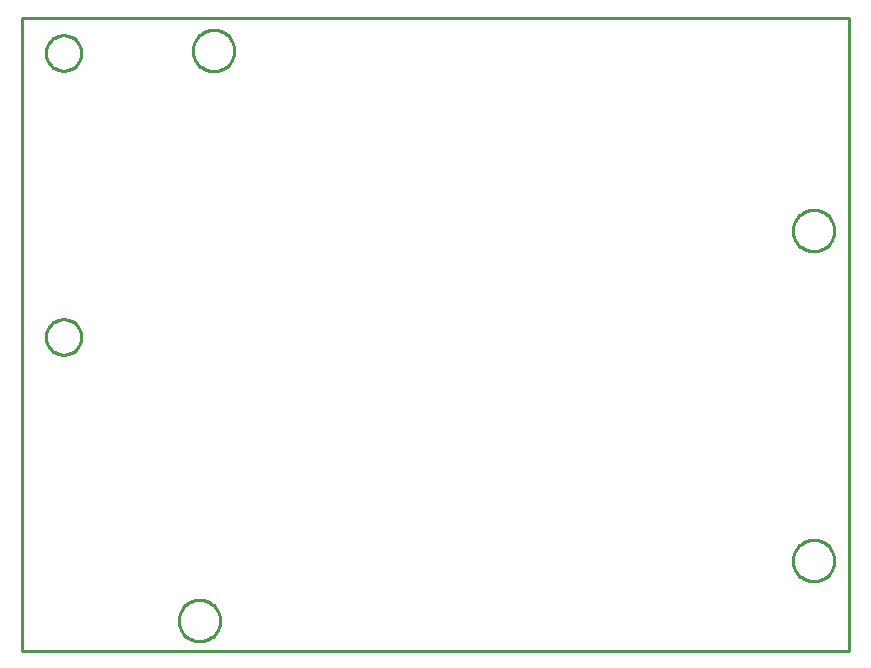
<source format=gbr>
G04 EAGLE Gerber RS-274X export*
G75*
%MOMM*%
%FSLAX34Y34*%
%LPD*%
%IN*%
%IPPOS*%
%AMOC8*
5,1,8,0,0,1.08239X$1,22.5*%
G01*
%ADD10C,0.254000*%


D10*
X0Y0D02*
X700000Y0D01*
X700000Y536000D01*
X0Y536000D01*
X0Y0D01*
X179500Y507427D02*
X179425Y506284D01*
X179276Y505148D01*
X179052Y504024D01*
X178755Y502917D01*
X178387Y501832D01*
X177949Y500774D01*
X177442Y499746D01*
X176869Y498754D01*
X176232Y497801D01*
X175535Y496892D01*
X174779Y496031D01*
X173969Y495221D01*
X173108Y494465D01*
X172199Y493768D01*
X171246Y493131D01*
X170254Y492558D01*
X169226Y492051D01*
X168168Y491613D01*
X167083Y491245D01*
X165976Y490948D01*
X164852Y490725D01*
X163716Y490575D01*
X162573Y490500D01*
X161427Y490500D01*
X160284Y490575D01*
X159148Y490725D01*
X158024Y490948D01*
X156917Y491245D01*
X155832Y491613D01*
X154774Y492051D01*
X153746Y492558D01*
X152754Y493131D01*
X151801Y493768D01*
X150892Y494465D01*
X150031Y495221D01*
X149221Y496031D01*
X148465Y496892D01*
X147768Y497801D01*
X147131Y498754D01*
X146558Y499746D01*
X146051Y500774D01*
X145613Y501832D01*
X145245Y502917D01*
X144948Y504024D01*
X144725Y505148D01*
X144575Y506284D01*
X144500Y507427D01*
X144500Y508573D01*
X144575Y509716D01*
X144725Y510852D01*
X144948Y511976D01*
X145245Y513083D01*
X145613Y514168D01*
X146051Y515226D01*
X146558Y516254D01*
X147131Y517246D01*
X147768Y518199D01*
X148465Y519108D01*
X149221Y519969D01*
X150031Y520779D01*
X150892Y521535D01*
X151801Y522232D01*
X152754Y522869D01*
X153746Y523442D01*
X154774Y523949D01*
X155832Y524387D01*
X156917Y524755D01*
X158024Y525052D01*
X159148Y525276D01*
X160284Y525425D01*
X161427Y525500D01*
X162573Y525500D01*
X163716Y525425D01*
X164852Y525276D01*
X165976Y525052D01*
X167083Y524755D01*
X168168Y524387D01*
X169226Y523949D01*
X170254Y523442D01*
X171246Y522869D01*
X172199Y522232D01*
X173108Y521535D01*
X173969Y520779D01*
X174779Y519969D01*
X175535Y519108D01*
X176232Y518199D01*
X176869Y517246D01*
X177442Y516254D01*
X177949Y515226D01*
X178387Y514168D01*
X178755Y513083D01*
X179052Y511976D01*
X179276Y510852D01*
X179425Y509716D01*
X179500Y508573D01*
X179500Y507427D01*
X167500Y24827D02*
X167425Y23684D01*
X167276Y22548D01*
X167052Y21424D01*
X166755Y20317D01*
X166387Y19232D01*
X165949Y18174D01*
X165442Y17146D01*
X164869Y16154D01*
X164232Y15201D01*
X163535Y14292D01*
X162779Y13431D01*
X161969Y12621D01*
X161108Y11865D01*
X160199Y11168D01*
X159246Y10531D01*
X158254Y9958D01*
X157226Y9451D01*
X156168Y9013D01*
X155083Y8645D01*
X153976Y8348D01*
X152852Y8125D01*
X151716Y7975D01*
X150573Y7900D01*
X149427Y7900D01*
X148284Y7975D01*
X147148Y8125D01*
X146024Y8348D01*
X144917Y8645D01*
X143832Y9013D01*
X142774Y9451D01*
X141746Y9958D01*
X140754Y10531D01*
X139801Y11168D01*
X138892Y11865D01*
X138031Y12621D01*
X137221Y13431D01*
X136465Y14292D01*
X135768Y15201D01*
X135131Y16154D01*
X134558Y17146D01*
X134051Y18174D01*
X133613Y19232D01*
X133245Y20317D01*
X132948Y21424D01*
X132725Y22548D01*
X132575Y23684D01*
X132500Y24827D01*
X132500Y25973D01*
X132575Y27116D01*
X132725Y28252D01*
X132948Y29376D01*
X133245Y30483D01*
X133613Y31568D01*
X134051Y32626D01*
X134558Y33654D01*
X135131Y34646D01*
X135768Y35599D01*
X136465Y36508D01*
X137221Y37369D01*
X138031Y38179D01*
X138892Y38935D01*
X139801Y39632D01*
X140754Y40269D01*
X141746Y40842D01*
X142774Y41349D01*
X143832Y41787D01*
X144917Y42155D01*
X146024Y42452D01*
X147148Y42676D01*
X148284Y42825D01*
X149427Y42900D01*
X150573Y42900D01*
X151716Y42825D01*
X152852Y42676D01*
X153976Y42452D01*
X155083Y42155D01*
X156168Y41787D01*
X157226Y41349D01*
X158254Y40842D01*
X159246Y40269D01*
X160199Y39632D01*
X161108Y38935D01*
X161969Y38179D01*
X162779Y37369D01*
X163535Y36508D01*
X164232Y35599D01*
X164869Y34646D01*
X165442Y33654D01*
X165949Y32626D01*
X166387Y31568D01*
X166755Y30483D01*
X167052Y29376D01*
X167276Y28252D01*
X167425Y27116D01*
X167500Y25973D01*
X167500Y24827D01*
X687500Y75627D02*
X687425Y74484D01*
X687276Y73348D01*
X687052Y72224D01*
X686755Y71117D01*
X686387Y70032D01*
X685949Y68974D01*
X685442Y67946D01*
X684869Y66954D01*
X684232Y66001D01*
X683535Y65092D01*
X682779Y64231D01*
X681969Y63421D01*
X681108Y62665D01*
X680199Y61968D01*
X679246Y61331D01*
X678254Y60758D01*
X677226Y60251D01*
X676168Y59813D01*
X675083Y59445D01*
X673976Y59148D01*
X672852Y58925D01*
X671716Y58775D01*
X670573Y58700D01*
X669427Y58700D01*
X668284Y58775D01*
X667148Y58925D01*
X666024Y59148D01*
X664917Y59445D01*
X663832Y59813D01*
X662774Y60251D01*
X661746Y60758D01*
X660754Y61331D01*
X659801Y61968D01*
X658892Y62665D01*
X658031Y63421D01*
X657221Y64231D01*
X656465Y65092D01*
X655768Y66001D01*
X655131Y66954D01*
X654558Y67946D01*
X654051Y68974D01*
X653613Y70032D01*
X653245Y71117D01*
X652948Y72224D01*
X652725Y73348D01*
X652575Y74484D01*
X652500Y75627D01*
X652500Y76773D01*
X652575Y77916D01*
X652725Y79052D01*
X652948Y80176D01*
X653245Y81283D01*
X653613Y82368D01*
X654051Y83426D01*
X654558Y84454D01*
X655131Y85446D01*
X655768Y86399D01*
X656465Y87308D01*
X657221Y88169D01*
X658031Y88979D01*
X658892Y89735D01*
X659801Y90432D01*
X660754Y91069D01*
X661746Y91642D01*
X662774Y92149D01*
X663832Y92587D01*
X664917Y92955D01*
X666024Y93252D01*
X667148Y93476D01*
X668284Y93625D01*
X669427Y93700D01*
X670573Y93700D01*
X671716Y93625D01*
X672852Y93476D01*
X673976Y93252D01*
X675083Y92955D01*
X676168Y92587D01*
X677226Y92149D01*
X678254Y91642D01*
X679246Y91069D01*
X680199Y90432D01*
X681108Y89735D01*
X681969Y88979D01*
X682779Y88169D01*
X683535Y87308D01*
X684232Y86399D01*
X684869Y85446D01*
X685442Y84454D01*
X685949Y83426D01*
X686387Y82368D01*
X686755Y81283D01*
X687052Y80176D01*
X687276Y79052D01*
X687425Y77916D01*
X687500Y76773D01*
X687500Y75627D01*
X687500Y355027D02*
X687425Y353884D01*
X687276Y352748D01*
X687052Y351624D01*
X686755Y350517D01*
X686387Y349432D01*
X685949Y348374D01*
X685442Y347346D01*
X684869Y346354D01*
X684232Y345401D01*
X683535Y344492D01*
X682779Y343631D01*
X681969Y342821D01*
X681108Y342065D01*
X680199Y341368D01*
X679246Y340731D01*
X678254Y340158D01*
X677226Y339651D01*
X676168Y339213D01*
X675083Y338845D01*
X673976Y338548D01*
X672852Y338325D01*
X671716Y338175D01*
X670573Y338100D01*
X669427Y338100D01*
X668284Y338175D01*
X667148Y338325D01*
X666024Y338548D01*
X664917Y338845D01*
X663832Y339213D01*
X662774Y339651D01*
X661746Y340158D01*
X660754Y340731D01*
X659801Y341368D01*
X658892Y342065D01*
X658031Y342821D01*
X657221Y343631D01*
X656465Y344492D01*
X655768Y345401D01*
X655131Y346354D01*
X654558Y347346D01*
X654051Y348374D01*
X653613Y349432D01*
X653245Y350517D01*
X652948Y351624D01*
X652725Y352748D01*
X652575Y353884D01*
X652500Y355027D01*
X652500Y356173D01*
X652575Y357316D01*
X652725Y358452D01*
X652948Y359576D01*
X653245Y360683D01*
X653613Y361768D01*
X654051Y362826D01*
X654558Y363854D01*
X655131Y364846D01*
X655768Y365799D01*
X656465Y366708D01*
X657221Y367569D01*
X658031Y368379D01*
X658892Y369135D01*
X659801Y369832D01*
X660754Y370469D01*
X661746Y371042D01*
X662774Y371549D01*
X663832Y371987D01*
X664917Y372355D01*
X666024Y372652D01*
X667148Y372876D01*
X668284Y373025D01*
X669427Y373100D01*
X670573Y373100D01*
X671716Y373025D01*
X672852Y372876D01*
X673976Y372652D01*
X675083Y372355D01*
X676168Y371987D01*
X677226Y371549D01*
X678254Y371042D01*
X679246Y370469D01*
X680199Y369832D01*
X681108Y369135D01*
X681969Y368379D01*
X682779Y367569D01*
X683535Y366708D01*
X684232Y365799D01*
X684869Y364846D01*
X685442Y363854D01*
X685949Y362826D01*
X686387Y361768D01*
X686755Y360683D01*
X687052Y359576D01*
X687276Y358452D01*
X687425Y357316D01*
X687500Y356173D01*
X687500Y355027D01*
X50000Y505464D02*
X49924Y504396D01*
X49771Y503335D01*
X49543Y502288D01*
X49241Y501260D01*
X48867Y500256D01*
X48422Y499281D01*
X47908Y498341D01*
X47329Y497440D01*
X46687Y496582D01*
X45985Y495772D01*
X45228Y495015D01*
X44418Y494313D01*
X43560Y493671D01*
X42659Y493092D01*
X41719Y492578D01*
X40744Y492133D01*
X39740Y491759D01*
X38712Y491457D01*
X37665Y491229D01*
X36604Y491076D01*
X35536Y491000D01*
X34464Y491000D01*
X33396Y491076D01*
X32335Y491229D01*
X31288Y491457D01*
X30260Y491759D01*
X29256Y492133D01*
X28281Y492578D01*
X27341Y493092D01*
X26440Y493671D01*
X25582Y494313D01*
X24772Y495015D01*
X24015Y495772D01*
X23313Y496582D01*
X22671Y497440D01*
X22092Y498341D01*
X21578Y499281D01*
X21133Y500256D01*
X20759Y501260D01*
X20457Y502288D01*
X20229Y503335D01*
X20076Y504396D01*
X20000Y505464D01*
X20000Y506536D01*
X20076Y507604D01*
X20229Y508665D01*
X20457Y509712D01*
X20759Y510740D01*
X21133Y511744D01*
X21578Y512719D01*
X22092Y513659D01*
X22671Y514560D01*
X23313Y515418D01*
X24015Y516228D01*
X24772Y516985D01*
X25582Y517687D01*
X26440Y518329D01*
X27341Y518908D01*
X28281Y519422D01*
X29256Y519867D01*
X30260Y520241D01*
X31288Y520543D01*
X32335Y520771D01*
X33396Y520924D01*
X34464Y521000D01*
X35536Y521000D01*
X36604Y520924D01*
X37665Y520771D01*
X38712Y520543D01*
X39740Y520241D01*
X40744Y519867D01*
X41719Y519422D01*
X42659Y518908D01*
X43560Y518329D01*
X44418Y517687D01*
X45228Y516985D01*
X45985Y516228D01*
X46687Y515418D01*
X47329Y514560D01*
X47908Y513659D01*
X48422Y512719D01*
X48867Y511744D01*
X49241Y510740D01*
X49543Y509712D01*
X49771Y508665D01*
X49924Y507604D01*
X50000Y506536D01*
X50000Y505464D01*
X50000Y264964D02*
X49924Y263896D01*
X49771Y262835D01*
X49543Y261788D01*
X49241Y260760D01*
X48867Y259756D01*
X48422Y258781D01*
X47908Y257841D01*
X47329Y256940D01*
X46687Y256082D01*
X45985Y255272D01*
X45228Y254515D01*
X44418Y253813D01*
X43560Y253171D01*
X42659Y252592D01*
X41719Y252078D01*
X40744Y251633D01*
X39740Y251259D01*
X38712Y250957D01*
X37665Y250729D01*
X36604Y250576D01*
X35536Y250500D01*
X34464Y250500D01*
X33396Y250576D01*
X32335Y250729D01*
X31288Y250957D01*
X30260Y251259D01*
X29256Y251633D01*
X28281Y252078D01*
X27341Y252592D01*
X26440Y253171D01*
X25582Y253813D01*
X24772Y254515D01*
X24015Y255272D01*
X23313Y256082D01*
X22671Y256940D01*
X22092Y257841D01*
X21578Y258781D01*
X21133Y259756D01*
X20759Y260760D01*
X20457Y261788D01*
X20229Y262835D01*
X20076Y263896D01*
X20000Y264964D01*
X20000Y266036D01*
X20076Y267104D01*
X20229Y268165D01*
X20457Y269212D01*
X20759Y270240D01*
X21133Y271244D01*
X21578Y272219D01*
X22092Y273159D01*
X22671Y274060D01*
X23313Y274918D01*
X24015Y275728D01*
X24772Y276485D01*
X25582Y277187D01*
X26440Y277829D01*
X27341Y278408D01*
X28281Y278922D01*
X29256Y279367D01*
X30260Y279741D01*
X31288Y280043D01*
X32335Y280271D01*
X33396Y280424D01*
X34464Y280500D01*
X35536Y280500D01*
X36604Y280424D01*
X37665Y280271D01*
X38712Y280043D01*
X39740Y279741D01*
X40744Y279367D01*
X41719Y278922D01*
X42659Y278408D01*
X43560Y277829D01*
X44418Y277187D01*
X45228Y276485D01*
X45985Y275728D01*
X46687Y274918D01*
X47329Y274060D01*
X47908Y273159D01*
X48422Y272219D01*
X48867Y271244D01*
X49241Y270240D01*
X49543Y269212D01*
X49771Y268165D01*
X49924Y267104D01*
X50000Y266036D01*
X50000Y264964D01*
M02*

</source>
